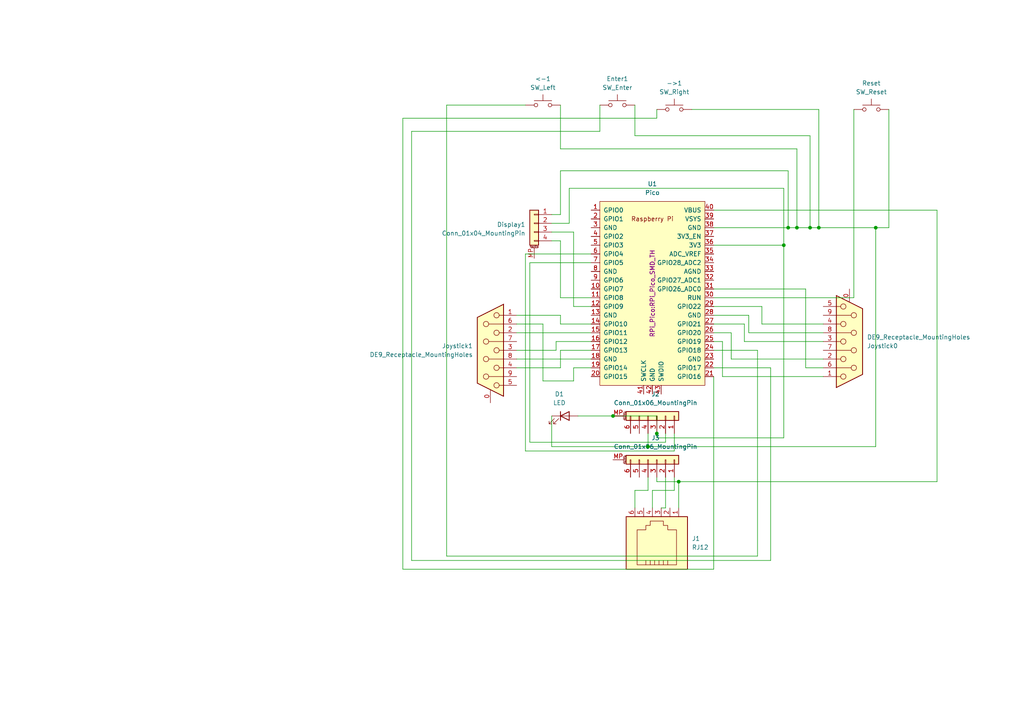
<source format=kicad_sch>
(kicad_sch (version 20250114) (generator "eeschema") (generator_version "9.0")
  (paper "A4")
  (title_block (title "Atari Mega ST / Mega STE / TT Keyboard Adapter") (date "2025-10-24") (rev "2.2") (company "ultramegausb.com") (comment 1 "(c) 2026"))
  (lib_symbols
    (symbol "Connector:DE9_Receptacle_MountingHoles" (pin_names (offset 1.016) (hide yes))
      (property "Reference" "J" (at 0 16.51 0))
      (property "Value" "DE9_Receptacle_MountingHoles" (at 0 14.605 0))
      (symbol "DE9_Receptacle_MountingHoles_0_1"
        (polyline (pts (xy -3.81 13.335) (xy -3.81 -13.335) (xy 3.81 -9.525) (xy 3.81 9.525) (xy -3.81 13.335)) (stroke (width 0.254)) (fill (type background)))
        (polyline (pts (xy -3.81 10.16) (xy -2.54 10.16)))
        (polyline (pts (xy -3.81 7.62) (xy 0.508 7.62)))
        (polyline (pts (xy -3.81 5.08) (xy -2.54 5.08)))
        (polyline (pts (xy -3.81 2.54) (xy 0.508 2.54)))
        (polyline (pts (xy -3.81 0) (xy -2.54 0)))
        (polyline (pts (xy -3.81 -2.54) (xy 0.508 -2.54)))
        (polyline (pts (xy -3.81 -5.08) (xy -2.54 -5.08)))
        (polyline (pts (xy -3.81 -7.62) (xy 0.508 -7.62)))
        (polyline (pts (xy -3.81 -10.16) (xy -2.54 -10.16)))
        (circle (center -1.778 10.16) (radius 0.762))
        (circle (center -1.778 5.08) (radius 0.762))
        (circle (center -1.778 0) (radius 0.762))
        (circle (center -1.778 -5.08) (radius 0.762))
        (circle (center -1.778 -10.16) (radius 0.762))
        (circle (center 1.27 7.62) (radius 0.762))
        (circle (center 1.27 2.54) (radius 0.762))
        (circle (center 1.27 -2.54) (radius 0.762))
        (circle (center 1.27 -7.62) (radius 0.762))
      )
      (symbol "DE9_Receptacle_MountingHoles_1_1"
        (pin passive line (at -7.62 10.16 0) (length 3.81) (name "1") (number "1"))
        (pin passive line (at -7.62 7.62 0) (length 3.81) (name "6") (number "6"))
        (pin passive line (at -7.62 5.08 0) (length 3.81) (name "2") (number "2"))
        (pin passive line (at -7.62 2.54 0) (length 3.81) (name "7") (number "7"))
        (pin passive line (at -7.62 0 0) (length 3.81) (name "3") (number "3"))
        (pin passive line (at -7.62 -2.54 0) (length 3.81) (name "8") (number "8"))
        (pin passive line (at -7.62 -5.08 0) (length 3.81) (name "4") (number "4"))
        (pin passive line (at -7.62 -7.62 0) (length 3.81) (name "9") (number "9"))
        (pin passive line (at -7.62 -10.16 0) (length 3.81) (name "5") (number "5"))
        (pin passive line (at 0 -15.24 90) (length 3.81) (name "PAD") (number "0"))
      )
    )
    (symbol "Connector:RJ12" (pin_names (offset 1.016))
      (property "Reference" "J" (at -5.08 11.43 0))
      (property "Value" "RJ12" (at 2.54 11.43 0))
      (symbol "RJ12_0_1"
        (polyline (pts (xy -6.35 3.175) (xy -5.08 3.175) (xy -5.08 3.175)))
        (polyline (pts (xy -6.35 1.905) (xy -5.08 1.905) (xy -5.08 1.905)))
        (polyline (pts (xy -6.35 0.635) (xy -5.08 0.635) (xy -5.08 0.635)))
        (polyline (pts (xy -6.35 -0.635) (xy -5.08 -0.635) (xy -5.08 -0.635)))
        (polyline (pts (xy -6.35 -1.905) (xy -5.08 -1.905) (xy -5.08 -1.905)))
        (polyline (pts (xy -6.35 -4.445) (xy -6.35 6.985) (xy 3.81 6.985) (xy 3.81 4.445) (xy 5.08 4.445) (xy 5.08 3.175) (xy 6.35 3.175) (xy 6.35 -0.635) (xy 5.08 -0.635) (xy 5.08 -1.905) (xy 3.81 -1.905) (xy 3.81 -4.445) (xy -6.35 -4.445) (xy -6.35 -4.445)))
        (polyline (pts (xy -5.08 4.445) (xy -6.35 4.445) (xy -6.35 4.445)))
        (rectangle (start 7.62 10.16) (end -7.62 -7.62) (stroke (width 0.254)) (fill (type background)))
      )
      (symbol "RJ12_1_1"
        (pin passive line (at 10.16 7.62 180) (length 2.54) (name "~") (number "6"))
        (pin passive line (at 10.16 5.08 180) (length 2.54) (name "~") (number "5"))
        (pin passive line (at 10.16 2.54 180) (length 2.54) (name "~") (number "4"))
        (pin passive line (at 10.16 0 180) (length 2.54) (name "~") (number "3"))
        (pin passive line (at 10.16 -2.54 180) (length 2.54) (name "~") (number "2"))
        (pin passive line (at 10.16 -5.08 180) (length 2.54) (name "~") (number "1"))
      )
    )
    (symbol "Connector_Generic_MountingPin:Conn_01x04_MountingPin" (pin_names (offset 1.016) (hide yes))
      (property "Reference" "J" (at 0 5.08 0))
      (property "Value" "Conn_01x04_MountingPin" (at 1.27 -7.62 0))
      (symbol "Conn_01x04_MountingPin_1_1"
        (rectangle (start -1.27 3.81) (end 1.27 -6.35) (stroke (width 0.254)) (fill (type background)))
        (rectangle (start -1.27 2.667) (end 0 2.413) (stroke (width 0.1524)))
        (rectangle (start -1.27 0.127) (end 0 -0.127) (stroke (width 0.1524)))
        (rectangle (start -1.27 -2.413) (end 0 -2.667) (stroke (width 0.1524)))
        (rectangle (start -1.27 -4.953) (end 0 -5.207) (stroke (width 0.1524)))
        (polyline (pts (xy -1.016 -7.112) (xy 1.016 -7.112)) (stroke (width 0.1524)))
        (text "Mounting" (at 0 -6.731 0) (effects (font (size 0.381 0.381))))
        (pin passive line (at -5.08 2.54 0) (length 3.81) (name "Pin_1") (number "1"))
        (pin passive line (at -5.08 0 0) (length 3.81) (name "Pin_2") (number "2"))
        (pin passive line (at -5.08 -2.54 0) (length 3.81) (name "Pin_3") (number "3"))
        (pin passive line (at -5.08 -5.08 0) (length 3.81) (name "Pin_4") (number "4"))
        (pin passive line (at 0 -10.16 90) (length 3.048) (name "MountPin") (number "MP"))
      )
    )
    (symbol "Connector_Generic_MountingPin:Conn_01x06_MountingPin" (pin_names (offset 1.016) (hide yes))
      (property "Reference" "J" (at 0 7.62 0))
      (property "Value" "Conn_01x06_MountingPin" (at 1.27 -10.16 0))
      (symbol "Conn_01x06_MountingPin_1_1"
        (rectangle (start -1.27 6.35) (end 1.27 -8.89) (stroke (width 0.254)) (fill (type background)))
        (rectangle (start -1.27 5.207) (end 0 4.953) (stroke (width 0.1524)))
        (rectangle (start -1.27 2.667) (end 0 2.413) (stroke (width 0.1524)))
        (rectangle (start -1.27 0.127) (end 0 -0.127) (stroke (width 0.1524)))
        (rectangle (start -1.27 -2.413) (end 0 -2.667) (stroke (width 0.1524)))
        (rectangle (start -1.27 -4.953) (end 0 -5.207) (stroke (width 0.1524)))
        (rectangle (start -1.27 -7.493) (end 0 -7.747) (stroke (width 0.1524)))
        (polyline (pts (xy -1.016 -9.652) (xy 1.016 -9.652)) (stroke (width 0.1524)))
        (text "Mounting" (at 0 -9.271 0) (effects (font (size 0.381 0.381))))
        (pin passive line (at -5.08 5.08 0) (length 3.81) (name "Pin_1") (number "1"))
        (pin passive line (at -5.08 2.54 0) (length 3.81) (name "Pin_2") (number "2"))
        (pin passive line (at -5.08 0 0) (length 3.81) (name "Pin_3") (number "3"))
        (pin passive line (at -5.08 -2.54 0) (length 3.81) (name "Pin_4") (number "4"))
        (pin passive line (at -5.08 -5.08 0) (length 3.81) (name "Pin_5") (number "5"))
        (pin passive line (at -5.08 -7.62 0) (length 3.81) (name "Pin_6") (number "6"))
        (pin passive line (at 0 -12.7 90) (length 3.048) (name "MountPin") (number "MP"))
      )
    )
    (symbol "Device:LED" (pin_numbers (hide yes)) (pin_names (offset 1.016) (hide yes))
      (property "Reference" "D" (at 0 2.54 0))
      (property "Value" "LED" (at 0 -2.54 0))
      (symbol "LED_0_1"
        (polyline (pts (xy -3.048 -0.762) (xy -4.572 -2.286) (xy -3.81 -2.286) (xy -4.572 -2.286) (xy -4.572 -1.524)))
        (polyline (pts (xy -1.778 -0.762) (xy -3.302 -2.286) (xy -2.54 -2.286) (xy -3.302 -2.286) (xy -3.302 -1.524)))
        (polyline (pts (xy -1.27 0) (xy 1.27 0)))
        (polyline (pts (xy -1.27 -1.27) (xy -1.27 1.27)) (stroke (width 0.254)))
        (polyline (pts (xy 1.27 -1.27) (xy 1.27 1.27) (xy -1.27 0) (xy 1.27 -1.27)) (stroke (width 0.254)))
      )
      (symbol "LED_1_1"
        (pin passive line (at -3.81 0 0) (length 2.54) (name "K") (number "1"))
        (pin passive line (at 3.81 0 180) (length 2.54) (name "A") (number "2"))
      )
    )
    (symbol "Raspberry Pi Pico:Pico" (pin_names (offset 1.016))
      (property "Reference" "U" (at -13.97 27.94 0))
      (property "Value" "Pico" (at 0 19.05 0))
      (symbol "Pico_0_0"
        (text "Raspberry Pi" (at 0 21.59 0) (effects (font (size 1.27 1.27))))
      )
      (symbol "Pico_0_1"
        (rectangle (start -15.24 26.67) (end 15.24 -26.67) (fill (type background)))
      )
      (symbol "Pico_1_1"
        (pin bidirectional line (at -17.78 24.13 0) (length 2.54) (name "GPIO0") (number "1"))
        (pin bidirectional line (at -17.78 21.59 0) (length 2.54) (name "GPIO1") (number "2"))
        (pin power_in line (at -17.78 19.05 0) (length 2.54) (name "GND") (number "3"))
        (pin bidirectional line (at -17.78 16.51 0) (length 2.54) (name "GPIO2") (number "4"))
        (pin bidirectional line (at -17.78 13.97 0) (length 2.54) (name "GPIO3") (number "5"))
        (pin bidirectional line (at -17.78 11.43 0) (length 2.54) (name "GPIO4") (number "6"))
        (pin bidirectional line (at -17.78 8.89 0) (length 2.54) (name "GPIO5") (number "7"))
        (pin power_in line (at -17.78 6.35 0) (length 2.54) (name "GND") (number "8"))
        (pin bidirectional line (at -17.78 3.81 0) (length 2.54) (name "GPIO6") (number "9"))
        (pin bidirectional line (at -17.78 1.27 0) (length 2.54) (name "GPIO7") (number "10"))
        (pin bidirectional line (at -17.78 -1.27 0) (length 2.54) (name "GPIO8") (number "11"))
        (pin bidirectional line (at -17.78 -3.81 0) (length 2.54) (name "GPIO9") (number "12"))
        (pin power_in line (at -17.78 -6.35 0) (length 2.54) (name "GND") (number "13"))
        (pin bidirectional line (at -17.78 -8.89 0) (length 2.54) (name "GPIO10") (number "14"))
        (pin bidirectional line (at -17.78 -11.43 0) (length 2.54) (name "GPIO11") (number "15"))
        (pin bidirectional line (at -17.78 -13.97 0) (length 2.54) (name "GPIO12") (number "16"))
        (pin bidirectional line (at -17.78 -16.51 0) (length 2.54) (name "GPIO13") (number "17"))
        (pin power_in line (at -17.78 -19.05 0) (length 2.54) (name "GND") (number "18"))
        (pin bidirectional line (at -17.78 -21.59 0) (length 2.54) (name "GPIO14") (number "19"))
        (pin bidirectional line (at -17.78 -24.13 0) (length 2.54) (name "GPIO15") (number "20"))
        (pin input line (at -2.54 -29.21 90) (length 2.54) (name "SWCLK") (number "41"))
        (pin power_in line (at 0 -29.21 90) (length 2.54) (name "GND") (number "42"))
        (pin bidirectional line (at 2.54 -29.21 90) (length 2.54) (name "SWDIO") (number "43"))
        (pin unspecified line (at 17.78 24.13 180) (length 2.54) (name "VBUS") (number "40"))
        (pin unspecified line (at 17.78 21.59 180) (length 2.54) (name "VSYS") (number "39"))
        (pin bidirectional line (at 17.78 19.05 180) (length 2.54) (name "GND") (number "38"))
        (pin input line (at 17.78 16.51 180) (length 2.54) (name "3V3_EN") (number "37"))
        (pin unspecified line (at 17.78 13.97 180) (length 2.54) (name "3V3") (number "36"))
        (pin unspecified line (at 17.78 11.43 180) (length 2.54) (name "ADC_VREF") (number "35"))
        (pin bidirectional line (at 17.78 8.89 180) (length 2.54) (name "GPIO28_ADC2") (number "34"))
        (pin power_in line (at 17.78 6.35 180) (length 2.54) (name "AGND") (number "33"))
        (pin bidirectional line (at 17.78 3.81 180) (length 2.54) (name "GPIO27_ADC1") (number "32"))
        (pin bidirectional line (at 17.78 1.27 180) (length 2.54) (name "GPIO26_ADC0") (number "31"))
        (pin input line (at 17.78 -1.27 180) (length 2.54) (name "RUN") (number "30"))
        (pin bidirectional line (at 17.78 -3.81 180) (length 2.54) (name "GPIO22") (number "29"))
        (pin power_in line (at 17.78 -6.35 180) (length 2.54) (name "GND") (number "28"))
        (pin bidirectional line (at 17.78 -8.89 180) (length 2.54) (name "GPIO21") (number "27"))
        (pin bidirectional line (at 17.78 -11.43 180) (length 2.54) (name "GPIO20") (number "26"))
        (pin bidirectional line (at 17.78 -13.97 180) (length 2.54) (name "GPIO19") (number "25"))
        (pin bidirectional line (at 17.78 -16.51 180) (length 2.54) (name "GPIO18") (number "24"))
        (pin power_in line (at 17.78 -19.05 180) (length 2.54) (name "GND") (number "23"))
        (pin bidirectional line (at 17.78 -21.59 180) (length 2.54) (name "GPIO17") (number "22"))
        (pin bidirectional line (at 17.78 -24.13 180) (length 2.54) (name "GPIO16") (number "21"))
      )
    )
    (symbol "Switch:SW_Push" (pin_numbers (hide yes)) (pin_names (offset 1.016) (hide yes))
      (property "Reference" "SW" (at 1.27 2.54 0))
      (property "Value" "SW_Push" (at 0 -1.524 0))
      (symbol "SW_Push_0_1"
        (circle (center -2.032 0) (radius 0.508))
        (polyline (pts (xy 0 1.27) (xy 0 3.048)))
        (circle (center 2.032 0) (radius 0.508))
        (polyline (pts (xy 2.54 1.27) (xy -2.54 1.27)))
        (pin passive line (at -5.08 0 0) (length 2.54) (name "1") (number "1"))
        (pin passive line (at 5.08 0 180) (length 2.54) (name "2") (number "2"))
      )
    )
  )
  (junction (at 254 66.04))
  (junction (at 196.85 139.7))
  (junction (at 190.5 125.73))
  (junction (at 227.33 71.12))
  (junction (at 187.96 129.54))
  (junction (at 231.14 66.04))
  (junction (at 234.95 66.04))
  (junction (at 177.8 120.65))
  (junction (at 237.49 66.04))
  (junction (at 228.6 66.04))
  (wire (pts (xy 161.29 101.6) (xy 161.29 99.06)))
  (wire (pts (xy 153.67 128.27) (xy 193.04 128.27)))
  (wire (pts (xy 152.4 73.66) (xy 152.4 130.81)))
  (wire (pts (xy 257.81 66.04) (xy 254 66.04)))
  (wire (pts (xy 209.55 109.22) (xy 209.55 99.06)))
  (wire (pts (xy 162.56 49.53) (xy 228.6 49.53)))
  (wire (pts (xy 149.86 101.6) (xy 161.29 101.6)))
  (wire (pts (xy 215.9 93.98) (xy 207.01 93.98)))
  (wire (pts (xy 129.54 161.29) (xy 219.71 161.29)))
  (wire (pts (xy 193.04 138.43) (xy 193.04 147.32)))
  (wire (pts (xy 207.01 71.12) (xy 227.33 71.12)))
  (wire (pts (xy 149.86 91.44) (xy 162.56 91.44)))
  (wire (pts (xy 207.01 109.22) (xy 207.01 165.1)))
  (wire (pts (xy 207.01 66.04) (xy 228.6 66.04)))
  (wire (pts (xy 177.8 120.65) (xy 190.5 120.65)))
  (wire (pts (xy 162.56 106.68) (xy 162.56 101.6)))
  (wire (pts (xy 161.29 99.06) (xy 171.45 99.06)))
  (wire (pts (xy 162.56 30.48) (xy 162.56 43.18)))
  (wire (pts (xy 166.37 110.49) (xy 166.37 106.68)))
  (wire (pts (xy 257.81 31.75) (xy 257.81 66.04)))
  (wire (pts (xy 217.17 96.52) (xy 217.17 91.44)))
  (wire (pts (xy 238.76 106.68) (xy 233.68 106.68)))
  (wire (pts (xy 171.45 88.9) (xy 166.37 88.9)))
  (wire (pts (xy 171.45 73.66) (xy 152.4 73.66)))
  (wire (pts (xy 162.56 69.85) (xy 160.02 69.85)))
  (wire (pts (xy 196.85 147.32) (xy 196.85 139.7)))
  (wire (pts (xy 223.52 162.56) (xy 223.52 106.68)))
  (wire (pts (xy 189.23 142.24) (xy 195.58 142.24)))
  (wire (pts (xy 187.96 142.24) (xy 187.96 138.43)))
  (wire (pts (xy 171.45 76.2) (xy 153.67 76.2)))
  (wire (pts (xy 237.49 31.75) (xy 237.49 66.04)))
  (wire (pts (xy 190.5 34.29) (xy 190.5 31.75)))
  (wire (pts (xy 165.1 64.77) (xy 160.02 64.77)))
  (wire (pts (xy 160.02 129.54) (xy 160.02 120.65)))
  (wire (pts (xy 223.52 106.68) (xy 207.01 106.68)))
  (wire (pts (xy 166.37 106.68) (xy 171.45 106.68)))
  (wire (pts (xy 238.76 99.06) (xy 215.9 99.06)))
  (wire (pts (xy 195.58 130.81) (xy 195.58 125.73)))
  (wire (pts (xy 189.23 142.24) (xy 189.23 147.32)))
  (wire (pts (xy 162.56 62.23) (xy 162.56 49.53)))
  (wire (pts (xy 238.76 104.14) (xy 212.09 104.14)))
  (wire (pts (xy 190.5 120.65) (xy 190.5 125.73)))
  (wire (pts (xy 238.76 96.52) (xy 217.17 96.52)))
  (wire (pts (xy 153.67 76.2) (xy 153.67 128.27)))
  (wire (pts (xy 162.56 93.98) (xy 171.45 93.98)))
  (wire (pts (xy 165.1 54.61) (xy 165.1 64.77)))
  (wire (pts (xy 227.33 127) (xy 190.5 127)))
  (wire (pts (xy 254 129.54) (xy 254 66.04)))
  (wire (pts (xy 187.96 129.54) (xy 254 129.54)))
  (wire (pts (xy 162.56 91.44) (xy 162.56 93.98)))
  (wire (pts (xy 207.01 60.96) (xy 271.78 60.96)))
  (wire (pts (xy 162.56 86.36) (xy 171.45 86.36)))
  (wire (pts (xy 149.86 106.68) (xy 162.56 106.68)))
  (wire (pts (xy 119.38 162.56) (xy 223.52 162.56)))
  (wire (pts (xy 193.04 128.27) (xy 193.04 125.73)))
  (wire (pts (xy 184.15 30.48) (xy 184.15 39.37)))
  (wire (pts (xy 207.01 165.1) (xy 116.84 165.1)))
  (wire (pts (xy 152.4 30.48) (xy 129.54 30.48)))
  (wire (pts (xy 184.15 147.32) (xy 184.15 142.24)))
  (wire (pts (xy 238.76 109.22) (xy 209.55 109.22)))
  (wire (pts (xy 119.38 38.1) (xy 119.38 162.56)))
  (wire (pts (xy 184.15 142.24) (xy 187.96 142.24)))
  (wire (pts (xy 238.76 93.98) (xy 220.98 93.98)))
  (wire (pts (xy 166.37 67.31) (xy 160.02 67.31)))
  (wire (pts (xy 162.56 43.18) (xy 231.14 43.18)))
  (wire (pts (xy 212.09 96.52) (xy 207.01 96.52)))
  (wire (pts (xy 193.04 147.32) (xy 191.77 147.32)))
  (wire (pts (xy 227.33 54.61) (xy 227.33 71.12)))
  (wire (pts (xy 227.33 71.12) (xy 227.33 127)))
  (wire (pts (xy 149.86 93.98) (xy 157.48 93.98)))
  (wire (pts (xy 200.66 31.75) (xy 237.49 31.75)))
  (wire (pts (xy 209.55 99.06) (xy 207.01 99.06)))
  (wire (pts (xy 166.37 88.9) (xy 166.37 67.31)))
  (wire (pts (xy 157.48 110.49) (xy 157.48 93.98)))
  (wire (pts (xy 247.65 86.36) (xy 207.01 86.36)))
  (wire (pts (xy 237.49 66.04) (xy 254 66.04)))
  (wire (pts (xy 228.6 66.04) (xy 231.14 66.04)))
  (wire (pts (xy 162.56 101.6) (xy 171.45 101.6)))
  (wire (pts (xy 184.15 39.37) (xy 234.95 39.37)))
  (wire (pts (xy 187.96 125.73) (xy 187.96 129.54)))
  (wire (pts (xy 116.84 165.1) (xy 116.84 34.29)))
  (wire (pts (xy 149.86 96.52) (xy 171.45 96.52)))
  (wire (pts (xy 271.78 60.96) (xy 271.78 139.7)))
  (wire (pts (xy 234.95 66.04) (xy 237.49 66.04)))
  (wire (pts (xy 190.5 139.7) (xy 190.5 138.43)))
  (wire (pts (xy 196.85 139.7) (xy 190.5 139.7)))
  (wire (pts (xy 173.99 38.1) (xy 119.38 38.1)))
  (wire (pts (xy 116.84 34.29) (xy 190.5 34.29)))
  (wire (pts (xy 157.48 110.49) (xy 166.37 110.49)))
  (wire (pts (xy 227.33 54.61) (xy 165.1 54.61)))
  (wire (pts (xy 233.68 83.82) (xy 207.01 83.82)))
  (wire (pts (xy 187.96 129.54) (xy 160.02 129.54)))
  (wire (pts (xy 215.9 99.06) (xy 215.9 93.98)))
  (wire (pts (xy 162.56 86.36) (xy 162.56 69.85)))
  (wire (pts (xy 162.56 62.23) (xy 160.02 62.23)))
  (wire (pts (xy 233.68 106.68) (xy 233.68 83.82)))
  (wire (pts (xy 190.5 125.73) (xy 190.5 127)))
  (wire (pts (xy 231.14 66.04) (xy 234.95 66.04)))
  (wire (pts (xy 234.95 39.37) (xy 234.95 66.04)))
  (wire (pts (xy 212.09 104.14) (xy 212.09 96.52)))
  (wire (pts (xy 219.71 161.29) (xy 219.71 101.6)))
  (wire (pts (xy 247.65 31.75) (xy 247.65 86.36)))
  (wire (pts (xy 217.17 91.44) (xy 207.01 91.44)))
  (wire (pts (xy 152.4 130.81) (xy 195.58 130.81)))
  (wire (pts (xy 220.98 88.9) (xy 207.01 88.9)))
  (wire (pts (xy 271.78 139.7) (xy 196.85 139.7)))
  (wire (pts (xy 173.99 30.48) (xy 173.99 38.1)))
  (wire (pts (xy 219.71 101.6) (xy 207.01 101.6)))
  (wire (pts (xy 228.6 49.53) (xy 228.6 66.04)))
  (wire (pts (xy 129.54 30.48) (xy 129.54 161.29)))
  (wire (pts (xy 195.58 142.24) (xy 195.58 138.43)))
  (wire (pts (xy 231.14 43.18) (xy 231.14 66.04)))
  (wire (pts (xy 149.86 104.14) (xy 171.45 104.14)))
  (wire (pts (xy 220.98 93.98) (xy 220.98 88.9)))
  (wire (pts (xy 167.64 120.65) (xy 177.8 120.65)))
  (symbol (lib_id "Raspberry Pi Pico:Pico") (at 189.23 85.09 0) (unit 1)
    (property "Reference" "U1" (at 189.23 53.34 0))
    (property "Value" "Pico" (at 189.23 55.88 0))
    (property "Footprint" "RPi_Pico:RPi_Pico_SMD_TH" (at 189.23 85.09 90))
  )
  (symbol (lib_id "Connector_Generic_MountingPin:Conn_01x06_MountingPin") (at 190.5 120.65 270) (mirror x) (unit 1)
    (property "Reference" "J2" (at 190.1444 114.3 90))
    (property "Value" "Conn_01x06_MountingPin" (at 190.1444 116.84 90))
    (property "Footprint" "Connector_PinSocket_2.54mm:PinSocket_1x06_P2.54mm_Vertical" (effects (hide yes)))
    (property "Description" "Generic connectable mounting pin connector, single row, 01x06, script generated (kicad-library-utils/schlib/autogen/connector/)" (effects (hide yes)))
  )
  (symbol (lib_id "Switch:SW_Push") (at 252.73 31.75 0) (unit 1)
    (property "Reference" "Reset" (at 252.73 24.13 0))
    (property "Value" "SW_Reset" (at 252.73 26.67 0))
    (property "Footprint" "Button_Switch_THT:SW_PUSH_6mm" (effects (hide yes)))
    (property "Description" "Push button switch, generic, two pins" (effects (hide yes)))
  )
  (symbol (lib_id "Device:LED") (at 163.83 120.65 0) (unit 1)
    (property "Reference" "D1" (at 162.2425 114.3 0))
    (property "Value" "LED" (at 162.2425 116.84 0))
    (property "Footprint" "LED_THT:LED_D3.0mm" (effects (hide yes)))
    (property "Description" "Light emitting diode" (effects (hide yes)))
    (property "Sim.Pins" "1=K 2=A" (effects (hide yes)))
  )
  (symbol (lib_id "Switch:SW_Push") (at 195.58 31.75 0) (unit 1)
    (property "Reference" "->1" (at 195.58 24.13 0))
    (property "Value" "SW_Right" (at 195.58 26.67 0))
    (property "Footprint" "Button_Switch_THT:SW_PUSH_6mm" (effects (hide yes)))
    (property "Description" "Push button switch, generic, two pins" (effects (hide yes)))
  )
  (symbol (lib_id "Connector_Generic_MountingPin:Conn_01x04_MountingPin") (at 154.94 64.77 0) (mirror y) (unit 1)
    (property "Reference" "Display1" (at 152.4 65.1256 0) (effects (justify left)))
    (property "Value" "Conn_01x04_MountingPin" (at 152.4 67.6656 0) (effects (justify left)))
    (property "Footprint" "Connector_PinSocket_2.54mm:PinSocket_1x04_P2.54mm_Vertical" (effects (hide yes)))
    (property "Description" "Generic connectable mounting pin connector, single row, 01x04, script generated (kicad-library-utils/schlib/autogen/connector/)" (effects (hide yes)))
  )
  (symbol (lib_id "Connector:DE9_Receptacle_MountingHoles") (at 246.38 99.06 0) (mirror x) (unit 1)
    (property "Reference" "Joystick0" (at 251.46 100.33 0) (effects (justify left)))
    (property "Value" "DE9_Receptacle_MountingHoles" (at 251.46 97.79 0) (effects (justify left)))
    (property "Footprint" "Connector_Dsub:DSUB-9_Male_Horizontal_P2.77x2.84mm_EdgePinOffset7.70mm_Housed_MountingHolesOffset9.12mm" (effects (hide yes)))
    (property "Datasheet" " ~" (effects (hide yes)))
  )
  (symbol (lib_id "Connector_Generic_MountingPin:Conn_01x06_MountingPin") (at 190.5 133.35 270) (mirror x) (unit 1)
    (property "Reference" "J3" (at 190.1444 127 90))
    (property "Value" "Conn_01x06_MountingPin" (at 190.1444 129.54 90))
    (property "Footprint" "Connector_PinSocket_2.54mm:PinSocket_1x06_P2.54mm_Vertical" (effects (hide yes)))
    (property "Description" "Generic connectable mounting pin connector, single row, 01x06, script generated (kicad-library-utils/schlib/autogen/connector/)" (effects (hide yes)))
  )
  (symbol (lib_id "Connector:DE9_Receptacle_MountingHoles") (at 142.24 101.6 0) (mirror y) (unit 1)
    (property "Reference" "Joystick1" (at 137.16 100.33 0) (effects (justify left)))
    (property "Value" "DE9_Receptacle_MountingHoles" (at 137.16 102.87 0) (effects (justify left)))
    (property "Footprint" "Connector_Dsub:DSUB-9_Male_Horizontal_P2.77x2.84mm_EdgePinOffset7.70mm_Housed_MountingHolesOffset9.12mm" (effects (hide yes)))
    (property "Datasheet" " ~" (effects (hide yes)))
  )
  (symbol (lib_id "Switch:SW_Push") (at 157.48 30.48 0) (unit 1)
    (property "Reference" "<-1" (at 157.48 22.86 0))
    (property "Value" "SW_Left" (at 157.48 25.4 0))
    (property "Footprint" "Button_Switch_THT:SW_PUSH_6mm" (effects (hide yes)))
    (property "Description" "Push button switch, generic, two pins" (effects (hide yes)))
  )
  (symbol (lib_id "Switch:SW_Push") (at 179.07 30.48 0) (unit 1)
    (property "Reference" "Enter1" (at 179.07 22.86 0))
    (property "Value" "SW_Enter" (at 179.07 25.4 0))
    (property "Footprint" "Button_Switch_THT:SW_PUSH_6mm" (effects (hide yes)))
    (property "Description" "Push button switch, generic, two pins" (effects (hide yes)))
  )
  (symbol (lib_id "Connector:RJ12") (at 191.77 157.48 90) (unit 1)
    (property "Reference" "J1" (at 200.66 156.21 90) (effects (justify right)))
    (property "Value" "RJ12" (at 200.66 158.75 90) (effects (justify right)))
    (property "Footprint" "Connector_RJ:RJ12_Amphenol_54601-x06_Horizontal" (effects (hide yes)))
    (property "Description" "RJ connector, 6P6C (6 positions 6 connected)" (effects (hide yes)))
  )
)
</source>
